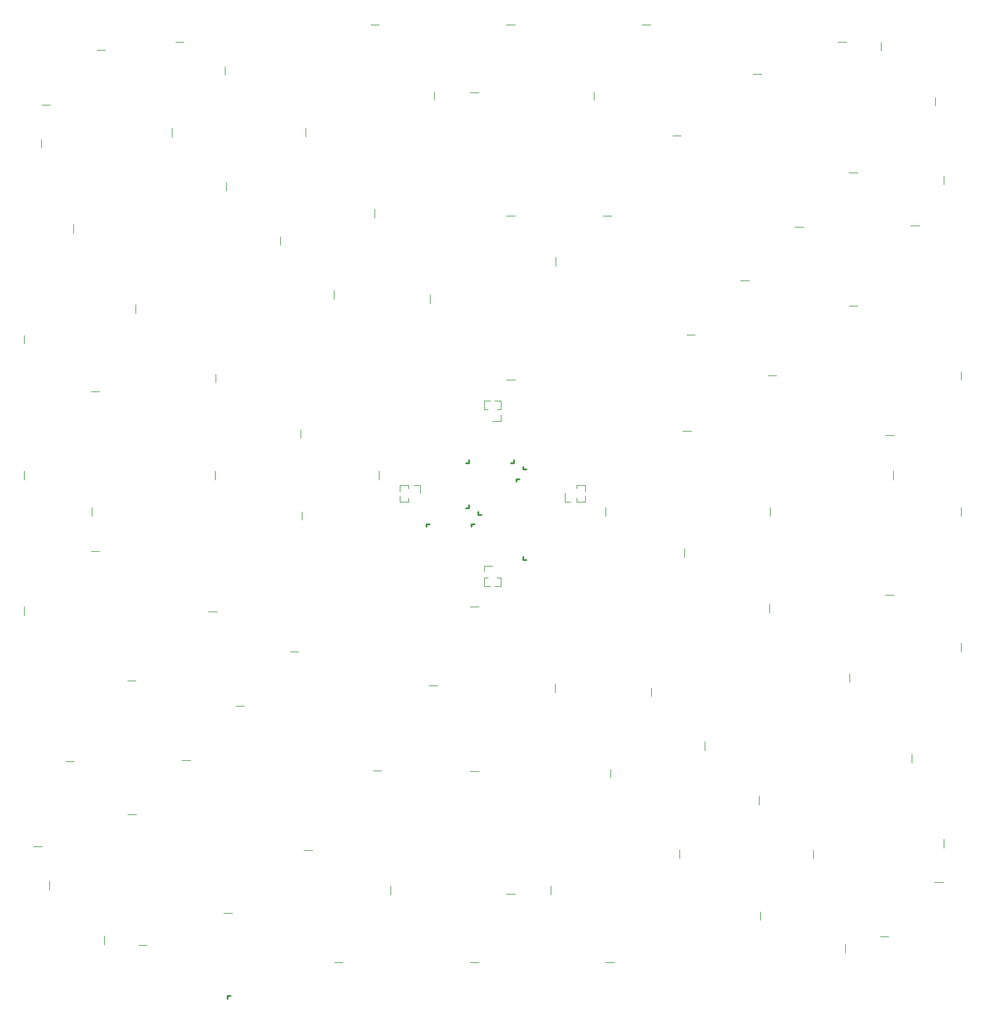
<source format=gbr>
%TF.GenerationSoftware,KiCad,Pcbnew,9.0.4*%
%TF.CreationDate,2025-08-20T12:15:09+02:00*%
%TF.ProjectId,BoardGame,426f6172-6447-4616-9d65-2e6b69636164,rev?*%
%TF.SameCoordinates,Original*%
%TF.FileFunction,Legend,Top*%
%TF.FilePolarity,Positive*%
%FSLAX46Y46*%
G04 Gerber Fmt 4.6, Leading zero omitted, Abs format (unit mm)*
G04 Created by KiCad (PCBNEW 9.0.4) date 2025-08-20 12:15:09*
%MOMM*%
%LPD*%
G01*
G04 APERTURE LIST*
%ADD10C,0.250000*%
%ADD11C,0.120000*%
G04 APERTURE END LIST*
D10*
%TO.C,D1097*%
X140710000Y-82810000D02*
X140310000Y-82810000D01*
X140710000Y-82410000D02*
X140710000Y-82810000D01*
%TO.C,D1102*%
X141100000Y-91190000D02*
X141500000Y-91190000D01*
X141100000Y-91590000D02*
X141100000Y-91190000D01*
%TO.C,D1106*%
X107557500Y-156000000D02*
X107957500Y-156000000D01*
X107557500Y-156400000D02*
X107557500Y-156000000D01*
%TO.C,D1100*%
X147290000Y-85000000D02*
X147690000Y-85000000D01*
X147290000Y-85400000D02*
X147290000Y-85000000D01*
%TO.C,D1103*%
X134910000Y-91190000D02*
X135310000Y-91190000D01*
X134910000Y-91590000D02*
X134910000Y-91190000D01*
%TO.C,D1101*%
X148190000Y-96090000D02*
X148190000Y-95690000D01*
X148590000Y-96090000D02*
X148190000Y-96090000D01*
%TO.C,D1105*%
X142000000Y-89900000D02*
X142000000Y-89500000D01*
X142400000Y-89900000D02*
X142000000Y-89900000D01*
%TO.C,D1104*%
X140710000Y-89000000D02*
X140310000Y-89000000D01*
X140710000Y-88600000D02*
X140710000Y-89000000D01*
%TO.C,D1098*%
X146900000Y-82810000D02*
X146500000Y-82810000D01*
X146900000Y-82410000D02*
X146900000Y-82810000D01*
%TO.C,D1099*%
X148190000Y-83710000D02*
X148190000Y-83310000D01*
X148590000Y-83710000D02*
X148190000Y-83710000D01*
D11*
%TO.C,D1002*%
X117630000Y-79395000D02*
X117630000Y-78245000D01*
%TO.C,D1045*%
X96505000Y-149000000D02*
X95355000Y-149000000D01*
%TO.C,D1086*%
X79600000Y-85075000D02*
X79600000Y-83925000D01*
%TO.C,D1056*%
X89985000Y-94970000D02*
X88835000Y-94970000D01*
%TO.C,D1016*%
X159235000Y-48910000D02*
X160385000Y-48910000D01*
%TO.C,D1028*%
X170370000Y-94605000D02*
X170370000Y-95755000D01*
%TO.C,D1021*%
X204880000Y-32585000D02*
X204880000Y-33735000D01*
%TO.C,D1051*%
X104965000Y-103210000D02*
X106115000Y-103210000D01*
%TO.C,D1089*%
X145925000Y-22600000D02*
X147075000Y-22600000D01*
%TO.C,D1057*%
X145925000Y-48880000D02*
X147075000Y-48880000D01*
%TO.C,D1020*%
X197400000Y-25065000D02*
X197400000Y-26215000D01*
%TO.C,D1038*%
X160210000Y-126035000D02*
X160210000Y-124885000D01*
%TO.C,D1080*%
X188060000Y-135985000D02*
X188060000Y-137135000D01*
%TO.C,D1081*%
X117305000Y-108770000D02*
X116155000Y-108770000D01*
%TO.C,D1066*%
X130000000Y-140925000D02*
X130000000Y-142075000D01*
%TO.C,D1040*%
X142075000Y-102580000D02*
X140925000Y-102580000D01*
%TO.C,D1085*%
X79600000Y-103725000D02*
X79600000Y-102575000D01*
%TO.C,D1043*%
X119245000Y-136000000D02*
X118095000Y-136000000D01*
%TO.C,D1037*%
X169730000Y-137075000D02*
X169730000Y-135925000D01*
%TO.C,D1017*%
X168755000Y-37910000D02*
X169905000Y-37910000D01*
%TO.C,D1067*%
X145925000Y-142000000D02*
X147075000Y-142000000D01*
%TO.C,D1072*%
X99940000Y-38015000D02*
X99940000Y-36865000D01*
%TO.C,D1041*%
X136395000Y-113370000D02*
X135245000Y-113370000D01*
%TO.C,D1074*%
X178125000Y-57800000D02*
X179275000Y-57800000D01*
%TO.C,D1009*%
X100425000Y-25000000D02*
X101575000Y-25000000D01*
%TO.C,D1033*%
X205935000Y-140400000D02*
X204785000Y-140400000D01*
%TO.C,D1046*%
X90600000Y-148935000D02*
X90600000Y-147785000D01*
%TO.C,D1052*%
X117790000Y-90655000D02*
X117790000Y-89505000D01*
%TO.C,D1061*%
X182120000Y-88925000D02*
X182120000Y-90075000D01*
%TO.C,D1062*%
X198015000Y-100970000D02*
X199165000Y-100970000D01*
%TO.C,D1070*%
X114800000Y-52875000D02*
X114800000Y-51725000D01*
%TO.C,J406*%
X153940000Y-88160000D02*
X153940000Y-87000000D01*
X154750000Y-88160000D02*
X153940000Y-88160000D01*
X155560000Y-88160000D02*
X156765000Y-88160000D01*
X155560000Y-88160000D02*
X155560000Y-87666708D01*
X156765000Y-88160000D02*
X156765000Y-87317923D01*
X156765000Y-86682077D02*
X156765000Y-85840000D01*
X155560000Y-86333292D02*
X155560000Y-85840000D01*
X155560000Y-85840000D02*
X156765000Y-85840000D01*
%TO.C,D1073*%
X170695000Y-65230000D02*
X171845000Y-65230000D01*
%TO.C,D1068*%
X151970000Y-140925000D02*
X151970000Y-142075000D01*
%TO.C,D1048*%
X80925000Y-135490000D02*
X82075000Y-135490000D01*
%TO.C,D1022*%
X205990000Y-43435000D02*
X205990000Y-44585000D01*
%TO.C,D1031*%
X201620000Y-122785000D02*
X201620000Y-123935000D01*
%TO.C,D1087*%
X79600000Y-66425000D02*
X79600000Y-65275000D01*
%TO.C,D1060*%
X136030000Y-32985000D02*
X136030000Y-31835000D01*
%TO.C,D1055*%
X88910000Y-88925000D02*
X88910000Y-90075000D01*
%TO.C,D1024*%
X194165000Y-61270000D02*
X193015000Y-61270000D01*
%TO.C,D1091*%
X208400000Y-70275000D02*
X208400000Y-71425000D01*
%TO.C,D1079*%
X180630000Y-128555000D02*
X180630000Y-129705000D01*
%TO.C,D1069*%
X122230000Y-60305000D02*
X122230000Y-59155000D01*
%TO.C,D1095*%
X142075000Y-151400000D02*
X140925000Y-151400000D01*
%TO.C,D1047*%
X83120000Y-141415000D02*
X83120000Y-140265000D01*
%TO.C,D1027*%
X159580000Y-88925000D02*
X159580000Y-90075000D01*
%TO.C,D1090*%
X164575000Y-22600000D02*
X165725000Y-22600000D01*
%TO.C,D1094*%
X160725000Y-151400000D02*
X159575000Y-151400000D01*
%TO.C,D1010*%
X107230000Y-28365000D02*
X107230000Y-29515000D01*
%TO.C,D1008*%
X89585000Y-26120000D02*
X90735000Y-26120000D01*
%TO.C,D1035*%
X192490000Y-150065000D02*
X192490000Y-148915000D01*
%TO.C,D1012*%
X127790000Y-47965000D02*
X127790000Y-49115000D01*
%TO.C,D1065*%
X142075000Y-125120000D02*
X140925000Y-125120000D01*
%TO.C,D1004*%
X94910000Y-62245000D02*
X94910000Y-61095000D01*
%TO.C,D1049*%
X85365000Y-123770000D02*
X86515000Y-123770000D01*
%TO.C,D1039*%
X152580000Y-114285000D02*
X152580000Y-113135000D01*
%TO.C,D1018*%
X179785000Y-29380000D02*
X180935000Y-29380000D01*
%TO.C,D1015*%
X152680000Y-55705000D02*
X152680000Y-54555000D01*
%TO.C,D1034*%
X198415000Y-147880000D02*
X197265000Y-147880000D01*
%TO.C,D1005*%
X86380000Y-51215000D02*
X86380000Y-50065000D01*
%TO.C,D1093*%
X208400000Y-107575000D02*
X208400000Y-108725000D01*
%TO.C,D1011*%
X118270000Y-36835000D02*
X118270000Y-37985000D01*
%TO.C,D1096*%
X123425000Y-151400000D02*
X122275000Y-151400000D01*
%TO.C,D1088*%
X127275000Y-22600000D02*
X128425000Y-22600000D01*
%TO.C,D1013*%
X135420000Y-59715000D02*
X135420000Y-60865000D01*
%TO.C,D1083*%
X102445000Y-123630000D02*
X101295000Y-123630000D01*
%TO.C,D1014*%
X145925000Y-71420000D02*
X147075000Y-71420000D01*
%TO.C,D1063*%
X199090000Y-85075000D02*
X199090000Y-83925000D01*
%TO.C,D1076*%
X192985000Y-42940000D02*
X194135000Y-42940000D01*
%TO.C,D1003*%
X105910000Y-71765000D02*
X105910000Y-70615000D01*
%TO.C,J408*%
X134060000Y-85840000D02*
X134060000Y-87000000D01*
X133250000Y-85840000D02*
X134060000Y-85840000D01*
X132440000Y-85840000D02*
X131235000Y-85840000D01*
X132440000Y-85840000D02*
X132440000Y-86333292D01*
X131235000Y-85840000D02*
X131235000Y-86682077D01*
X131235000Y-87317923D02*
X131235000Y-88160000D01*
X132440000Y-87666708D02*
X132440000Y-88160000D01*
X132440000Y-88160000D02*
X131235000Y-88160000D01*
%TO.C,D1077*%
X165770000Y-113695000D02*
X165770000Y-114845000D01*
%TO.C,D1054*%
X89985000Y-73030000D02*
X88835000Y-73030000D01*
%TO.C,D1084*%
X95015000Y-131060000D02*
X93865000Y-131060000D01*
%TO.C,D1058*%
X157970000Y-32985000D02*
X157970000Y-31835000D01*
%TO.C,D1064*%
X198015000Y-79000000D02*
X199165000Y-79000000D01*
%TO.C,D1053*%
X105880000Y-85075000D02*
X105880000Y-83925000D01*
%TO.C,D1023*%
X202635000Y-50230000D02*
X201485000Y-50230000D01*
%TO.C,D1044*%
X108215000Y-144620000D02*
X107065000Y-144620000D01*
%TO.C,D1006*%
X82000000Y-39505000D02*
X82000000Y-38355000D01*
%TO.C,D1042*%
X128765000Y-125090000D02*
X127615000Y-125090000D01*
%TO.C,D1026*%
X171285000Y-78420000D02*
X170135000Y-78420000D01*
%TO.C,D1092*%
X208400000Y-88925000D02*
X208400000Y-90075000D01*
%TO.C,D1007*%
X82065000Y-33600000D02*
X83215000Y-33600000D01*
%TO.C,D1078*%
X173200000Y-121125000D02*
X173200000Y-122275000D01*
%TO.C,D1075*%
X185555000Y-50370000D02*
X186705000Y-50370000D01*
%TO.C,D1025*%
X183035000Y-70790000D02*
X181885000Y-70790000D01*
%TO.C,D1071*%
X107370000Y-45445000D02*
X107370000Y-44295000D01*
%TO.C,J405*%
X142840000Y-96940000D02*
X144000000Y-96940000D01*
X142840000Y-97750000D02*
X142840000Y-96940000D01*
X142840000Y-98560000D02*
X142840000Y-99765000D01*
X142840000Y-98560000D02*
X143333292Y-98560000D01*
X142840000Y-99765000D02*
X143682077Y-99765000D01*
X144317923Y-99765000D02*
X145160000Y-99765000D01*
X144666708Y-98560000D02*
X145160000Y-98560000D01*
X145160000Y-98560000D02*
X145160000Y-99765000D01*
%TO.C,D1050*%
X93835000Y-112730000D02*
X94985000Y-112730000D01*
%TO.C,D1082*%
X109875000Y-116200000D02*
X108725000Y-116200000D01*
%TO.C,D1019*%
X191495000Y-25000000D02*
X192645000Y-25000000D01*
%TO.C,D1059*%
X142075000Y-31910000D02*
X140925000Y-31910000D01*
%TO.C,D1030*%
X193090000Y-111755000D02*
X193090000Y-112905000D01*
%TO.C,D1036*%
X180770000Y-145575000D02*
X180770000Y-144425000D01*
%TO.C,D1032*%
X206000000Y-134495000D02*
X206000000Y-135645000D01*
%TO.C,D1029*%
X182090000Y-102235000D02*
X182090000Y-103385000D01*
%TO.C,D1001*%
X128420000Y-85075000D02*
X128420000Y-83925000D01*
%TO.C,J407*%
X145160000Y-77060000D02*
X144000000Y-77060000D01*
X145160000Y-76250000D02*
X145160000Y-77060000D01*
X145160000Y-75440000D02*
X145160000Y-74235000D01*
X145160000Y-75440000D02*
X144666708Y-75440000D01*
X145160000Y-74235000D02*
X144317923Y-74235000D01*
X143682077Y-74235000D02*
X142840000Y-74235000D01*
X143333292Y-75440000D02*
X142840000Y-75440000D01*
X142840000Y-75440000D02*
X142840000Y-74235000D01*
%TD*%
M02*

</source>
